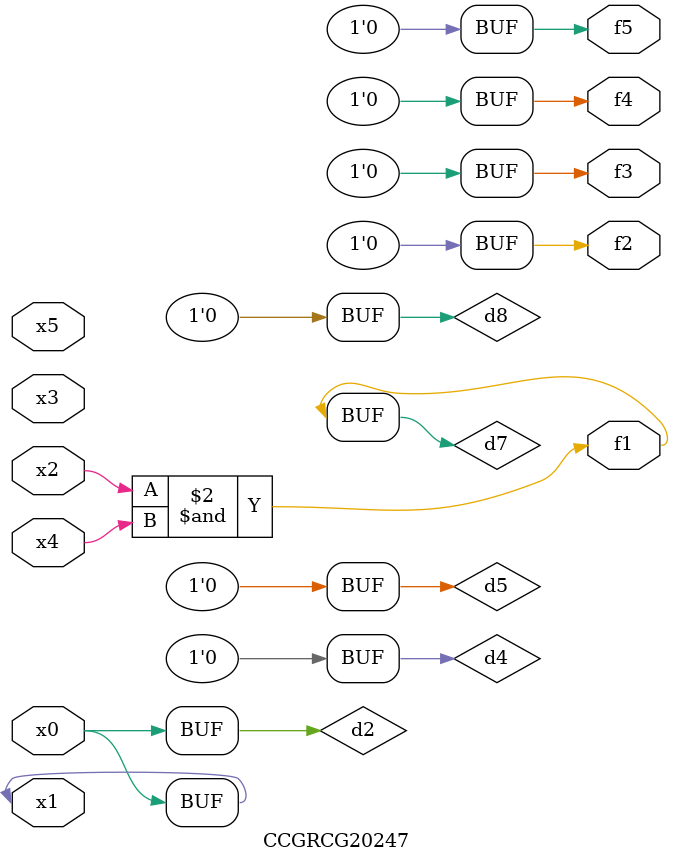
<source format=v>
module CCGRCG20247(
	input x0, x1, x2, x3, x4, x5,
	output f1, f2, f3, f4, f5
);

	wire d1, d2, d3, d4, d5, d6, d7, d8, d9;

	nand (d1, x1);
	buf (d2, x0, x1);
	nand (d3, x2, x4);
	and (d4, d1, d2);
	and (d5, d1, d2);
	nand (d6, d1, d3);
	not (d7, d3);
	xor (d8, d5);
	nor (d9, d5, d6);
	assign f1 = d7;
	assign f2 = d8;
	assign f3 = d8;
	assign f4 = d8;
	assign f5 = d8;
endmodule

</source>
